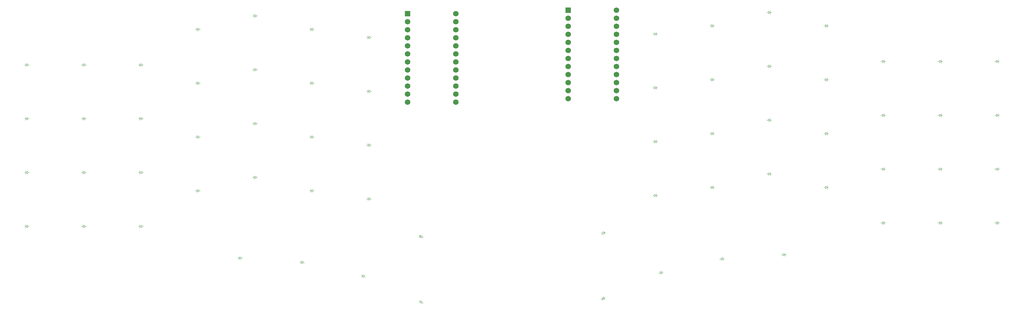
<source format=gbr>
%TF.GenerationSoftware,KiCad,Pcbnew,6.0.9*%
%TF.CreationDate,2022-10-31T19:27:22+01:00*%
%TF.ProjectId,neok(both),6e656f6b-2862-46f7-9468-292e6b696361,v1.0.0*%
%TF.SameCoordinates,Original*%
%TF.FileFunction,Legend,Bot*%
%TF.FilePolarity,Positive*%
%FSLAX46Y46*%
G04 Gerber Fmt 4.6, Leading zero omitted, Abs format (unit mm)*
G04 Created by KiCad (PCBNEW 6.0.9) date 2022-10-31 19:27:22*
%MOMM*%
%LPD*%
G01*
G04 APERTURE LIST*
%ADD10C,0.150000*%
%ADD11C,0.100000*%
%ADD12R,1.752600X1.752600*%
%ADD13C,1.752600*%
G04 APERTURE END LIST*
D10*
%TO.C,*%
D11*
%TO.C,D17*%
X125900004Y-148800004D02*
X125900004Y-149350004D01*
X125500004Y-148800004D02*
X125900004Y-148800004D01*
X126500004Y-149200004D02*
X125900004Y-148800004D01*
X125900004Y-148800004D02*
X126500004Y-148400004D01*
X126500004Y-148800004D02*
X127000004Y-148800004D01*
X125900004Y-148800004D02*
X125900004Y-148250004D01*
X126500004Y-148400004D02*
X126500004Y-149200004D01*
%TO.C,D3*%
X53899993Y-130270002D02*
X54499993Y-129870002D01*
X53899993Y-130270002D02*
X53899993Y-130820002D01*
X54499993Y-130270002D02*
X54999993Y-130270002D01*
X54499993Y-129870002D02*
X54499993Y-130670002D01*
X53899993Y-130270002D02*
X53899993Y-129720002D01*
X53499993Y-130270002D02*
X53899993Y-130270002D01*
X54499993Y-130670002D02*
X53899993Y-130270002D01*
%TO.C,D20*%
X125899997Y-97800000D02*
X125899997Y-98350000D01*
X125899997Y-97800000D02*
X126499997Y-97400000D01*
X126499997Y-97800000D02*
X126999997Y-97800000D01*
X125899997Y-97800000D02*
X125899997Y-97250000D01*
X126499997Y-97400000D02*
X126499997Y-98200000D01*
X126499997Y-98200000D02*
X125899997Y-97800000D01*
X125499997Y-97800000D02*
X125899997Y-97800000D01*
%TO.C,D31*%
X160114348Y-179913221D02*
X160279736Y-179388677D01*
X160566296Y-180475131D02*
X160114348Y-179913221D01*
X160686578Y-180093644D02*
X161163437Y-180243997D01*
X160114348Y-179913221D02*
X160806861Y-179712158D01*
X159732861Y-179792939D02*
X160114348Y-179913221D01*
X160806861Y-179712158D02*
X160566296Y-180475131D01*
X160114348Y-179913221D02*
X159948960Y-180437765D01*
%TO.C,D29*%
X121820002Y-173900000D02*
X121820002Y-174700000D01*
X121220002Y-174300000D02*
X121220002Y-174850000D01*
X121820002Y-174300000D02*
X122320002Y-174300000D01*
X120820002Y-174300000D02*
X121220002Y-174300000D01*
X121220002Y-174300000D02*
X121220002Y-173750000D01*
X121220002Y-174300000D02*
X121820002Y-173900000D01*
X121820002Y-174700000D02*
X121220002Y-174300000D01*
%TO.C,D26*%
X161900003Y-138599996D02*
X161900003Y-138049996D01*
X162500003Y-138599996D02*
X163000003Y-138599996D01*
X161900003Y-138599996D02*
X162500003Y-138199996D01*
X161500003Y-138599996D02*
X161900003Y-138599996D01*
X161900003Y-138599996D02*
X161900003Y-139149996D01*
X162500003Y-138999996D02*
X161900003Y-138599996D01*
X162500003Y-138199996D02*
X162500003Y-138999996D01*
%TO.C,D4*%
X53500001Y-113270001D02*
X53900001Y-113270001D01*
X53900001Y-113270001D02*
X54500001Y-112870001D01*
X54500001Y-113270001D02*
X55000001Y-113270001D01*
X54500001Y-112870001D02*
X54500001Y-113670001D01*
X53900001Y-113270001D02*
X53900001Y-112720001D01*
X53900001Y-113270001D02*
X53900001Y-113820001D01*
X54500001Y-113670001D02*
X53900001Y-113270001D01*
%TO.C,D12*%
X90500009Y-113270007D02*
X91000009Y-113270007D01*
X89900009Y-113270007D02*
X89900009Y-112720007D01*
X89500009Y-113270007D02*
X89900009Y-113270007D01*
X89900009Y-113270007D02*
X90500009Y-112870007D01*
X90500009Y-112870007D02*
X90500009Y-113670007D01*
X89900009Y-113270007D02*
X89900009Y-113820007D01*
X90500009Y-113670007D02*
X89900009Y-113270007D01*
%TO.C,D5*%
X72500008Y-164270003D02*
X73000008Y-164270003D01*
X72500008Y-164670003D02*
X71900008Y-164270003D01*
X71900008Y-164270003D02*
X72500008Y-163870003D01*
X72500008Y-163870003D02*
X72500008Y-164670003D01*
X71900008Y-164270003D02*
X71900008Y-164820003D01*
X71500008Y-164270003D02*
X71900008Y-164270003D01*
X71900008Y-164270003D02*
X71900008Y-163720003D01*
%TO.C,D7*%
X72500000Y-129870007D02*
X72500000Y-130670007D01*
X71900000Y-130270007D02*
X71900000Y-129720007D01*
X71900000Y-130270007D02*
X72500000Y-129870007D01*
X71500000Y-130270007D02*
X71900000Y-130270007D01*
X72500000Y-130670007D02*
X71900000Y-130270007D01*
X72500000Y-130270007D02*
X73000000Y-130270007D01*
X71900000Y-130270007D02*
X71900000Y-130820007D01*
%TO.C,D13*%
X108500009Y-153449999D02*
X107900009Y-153049999D01*
X107500009Y-153049999D02*
X107900009Y-153049999D01*
X107900009Y-153049999D02*
X107900009Y-152499999D01*
X108500009Y-152649999D02*
X108500009Y-153449999D01*
X107900009Y-153049999D02*
X107900009Y-153599999D01*
X108500009Y-153049999D02*
X109000009Y-153049999D01*
X107900009Y-153049999D02*
X108500009Y-152649999D01*
%TO.C,D23*%
X144500002Y-119450000D02*
X143900002Y-119050000D01*
X143900002Y-119050000D02*
X143900002Y-118500000D01*
X143900002Y-119050000D02*
X144500002Y-118650000D01*
X144500002Y-119050000D02*
X145000002Y-119050000D01*
X144500002Y-118650000D02*
X144500002Y-119450000D01*
X143500002Y-119050000D02*
X143900002Y-119050000D01*
X143900002Y-119050000D02*
X143900002Y-119600000D01*
%TO.C,D1*%
X54500007Y-164670002D02*
X53900007Y-164270002D01*
X54500007Y-164270002D02*
X55000007Y-164270002D01*
X54500007Y-163870002D02*
X54500007Y-164670002D01*
X53500007Y-164270002D02*
X53900007Y-164270002D01*
X53900007Y-164270002D02*
X53900007Y-164820002D01*
X53900007Y-164270002D02*
X54500007Y-163870002D01*
X53900007Y-164270002D02*
X53900007Y-163720002D01*
%TO.C,D24*%
X144500006Y-102449995D02*
X143900006Y-102049995D01*
X143500006Y-102049995D02*
X143900006Y-102049995D01*
X143900006Y-102049995D02*
X144500006Y-101649995D01*
X144500006Y-101649995D02*
X144500006Y-102449995D01*
X144500006Y-102049995D02*
X145000006Y-102049995D01*
X143900006Y-102049995D02*
X143900006Y-101499995D01*
X143900006Y-102049995D02*
X143900006Y-102599995D01*
%TO.C,D16*%
X108499996Y-101649998D02*
X108499996Y-102449998D01*
X108499996Y-102449998D02*
X107899996Y-102049998D01*
X107899996Y-102049998D02*
X107899996Y-102599998D01*
X108499996Y-102049998D02*
X108999996Y-102049998D01*
X107499996Y-102049998D02*
X107899996Y-102049998D01*
X107899996Y-102049998D02*
X107899996Y-101499998D01*
X107899996Y-102049998D02*
X108499996Y-101649998D01*
%TO.C,D28*%
X162500009Y-105000009D02*
X161900009Y-104600009D01*
X161900009Y-104600009D02*
X162500009Y-104200009D01*
X161900009Y-104600009D02*
X161900009Y-104050009D01*
X161900009Y-104600009D02*
X161900009Y-105150009D01*
X162500009Y-104200009D02*
X162500009Y-105000009D01*
X161500009Y-104600009D02*
X161900009Y-104600009D01*
X162500009Y-104600009D02*
X163000009Y-104600009D01*
%TO.C,D22*%
X144499996Y-136050003D02*
X144999996Y-136050003D01*
X143899996Y-136050003D02*
X143899996Y-135500003D01*
X144499996Y-135650003D02*
X144499996Y-136450003D01*
X143899996Y-136050003D02*
X143899996Y-136600003D01*
X143499996Y-136050003D02*
X143899996Y-136050003D01*
X143899996Y-136050003D02*
X144499996Y-135650003D01*
X144499996Y-136450003D02*
X143899996Y-136050003D01*
%TO.C,D30*%
X141332728Y-176077253D02*
X140790071Y-175602360D01*
X141384938Y-175680676D02*
X141880661Y-175745939D01*
X141437149Y-175284098D02*
X141332728Y-176077253D01*
X140790071Y-175602360D02*
X140861861Y-175057065D01*
X140393493Y-175550149D02*
X140790071Y-175602360D01*
X140790071Y-175602360D02*
X141437149Y-175284098D01*
X140790071Y-175602360D02*
X140718282Y-176147655D01*
%TO.C,D2*%
X53900004Y-147269998D02*
X53900004Y-146719998D01*
X54500004Y-147669998D02*
X53900004Y-147269998D01*
X54500004Y-146869998D02*
X54500004Y-147669998D01*
X53900004Y-147269998D02*
X53900004Y-147819998D01*
X54500004Y-147269998D02*
X55000004Y-147269998D01*
X53900004Y-147269998D02*
X54500004Y-146869998D01*
X53500004Y-147269998D02*
X53900004Y-147269998D01*
%TO.C,D33*%
X178329952Y-167358223D02*
X178562392Y-166859753D01*
X177967429Y-167189175D02*
X178329952Y-167358223D01*
X178704690Y-167974317D02*
X178329952Y-167358223D01*
X178329952Y-167358223D02*
X179042784Y-167249270D01*
X179042784Y-167249270D02*
X178704690Y-167974317D01*
X178329952Y-167358223D02*
X178097512Y-167856692D01*
X178873737Y-167611794D02*
X179326891Y-167823103D01*
%TO.C,D27*%
X161900004Y-121600005D02*
X162500004Y-121200005D01*
X161900004Y-121600005D02*
X161900004Y-121050005D01*
X161500004Y-121600005D02*
X161900004Y-121600005D01*
X161900004Y-121600005D02*
X161900004Y-122150005D01*
X162500004Y-121200005D02*
X162500004Y-122000005D01*
X162500004Y-121600005D02*
X163000004Y-121600005D01*
X162500004Y-122000005D02*
X161900004Y-121600005D01*
%TO.C,D21*%
X143499995Y-153050003D02*
X143899995Y-153050003D01*
X144499995Y-153450003D02*
X143899995Y-153050003D01*
X144499995Y-152650003D02*
X144499995Y-153450003D01*
X143899995Y-153050003D02*
X143899995Y-152500003D01*
X144499995Y-153050003D02*
X144999995Y-153050003D01*
X143899995Y-153050003D02*
X143899995Y-153600003D01*
X143899995Y-153050003D02*
X144499995Y-152650003D01*
%TO.C,D19*%
X125899998Y-114800004D02*
X126499998Y-114400004D01*
X125899998Y-114800004D02*
X125899998Y-115350004D01*
X125899998Y-114800004D02*
X125899998Y-114250004D01*
X126499998Y-115200004D02*
X125899998Y-114800004D01*
X126499998Y-114400004D02*
X126499998Y-115200004D01*
X126499998Y-114800004D02*
X126999998Y-114800004D01*
X125499998Y-114800004D02*
X125899998Y-114800004D01*
%TO.C,D14*%
X107900000Y-136050002D02*
X108500000Y-135650002D01*
X107900000Y-136050002D02*
X107900000Y-136600002D01*
X108500000Y-136450002D02*
X107900000Y-136050002D01*
X107500000Y-136050002D02*
X107900000Y-136050002D01*
X108500000Y-136050002D02*
X109000000Y-136050002D01*
X107900000Y-136050002D02*
X107900000Y-135500002D01*
X108500000Y-135650002D02*
X108500000Y-136450002D01*
%TO.C,D15*%
X108499997Y-118650007D02*
X108499997Y-119450007D01*
X107899997Y-119050007D02*
X107899997Y-119600007D01*
X107499997Y-119050007D02*
X107899997Y-119050007D01*
X108499997Y-119050007D02*
X108999997Y-119050007D01*
X107899997Y-119050007D02*
X108499997Y-118650007D01*
X107899997Y-119050007D02*
X107899997Y-118500007D01*
X108499997Y-119450007D02*
X107899997Y-119050007D01*
%TO.C,D32*%
X178704837Y-188634684D02*
X178385222Y-187988274D01*
X178385222Y-187988274D02*
X178110222Y-188464588D01*
X179104837Y-187941864D02*
X178704837Y-188634684D01*
X178385222Y-187988274D02*
X178660222Y-187511960D01*
X178038812Y-187788274D02*
X178385222Y-187988274D01*
X178385222Y-187988274D02*
X179104837Y-187941864D01*
X178904837Y-188288274D02*
X179337850Y-188538274D01*
%TO.C,D18*%
X125900002Y-131800007D02*
X126500002Y-131400007D01*
X126500002Y-132200007D02*
X125900002Y-131800007D01*
X125900002Y-131800007D02*
X125900002Y-132350007D01*
X125900002Y-131800007D02*
X125900002Y-131250007D01*
X126500002Y-131400007D02*
X126500002Y-132200007D01*
X126500002Y-131800007D02*
X127000002Y-131800007D01*
X125500002Y-131800007D02*
X125900002Y-131800007D01*
%TO.C,D6*%
X71900002Y-147270008D02*
X71900002Y-147820008D01*
X72500002Y-147670008D02*
X71900002Y-147270008D01*
X71900002Y-147270008D02*
X72500002Y-146870008D01*
X71900002Y-147270008D02*
X71900002Y-146720008D01*
X71500002Y-147270008D02*
X71900002Y-147270008D01*
X72500002Y-147270008D02*
X73000002Y-147270008D01*
X72500002Y-146870008D02*
X72500002Y-147670008D01*
%TO.C,D9*%
X90500007Y-163870004D02*
X90500007Y-164670004D01*
X89500007Y-164270004D02*
X89900007Y-164270004D01*
X90500007Y-164270004D02*
X91000007Y-164270004D01*
X89900007Y-164270004D02*
X89900007Y-164820004D01*
X90500007Y-164670004D02*
X89900007Y-164270004D01*
X89900007Y-164270004D02*
X89900007Y-163720004D01*
X89900007Y-164270004D02*
X90500007Y-163870004D01*
%TO.C,D11*%
X89499998Y-130270000D02*
X89899998Y-130270000D01*
X89899998Y-130270000D02*
X90499998Y-129870000D01*
X89899998Y-130270000D02*
X89899998Y-130820000D01*
X90499998Y-130270000D02*
X90999998Y-130270000D01*
X90499998Y-130670000D02*
X89899998Y-130270000D01*
X89899998Y-130270000D02*
X89899998Y-129720000D01*
X90499998Y-129870000D02*
X90499998Y-130670000D01*
%TO.C,D8*%
X72500001Y-112870000D02*
X72500001Y-113670000D01*
X71900001Y-113270000D02*
X71900001Y-112720000D01*
X71900001Y-113270000D02*
X71900001Y-113820000D01*
X72500001Y-113670000D02*
X71900001Y-113270000D01*
X72500001Y-113270000D02*
X73000001Y-113270000D01*
X71900001Y-113270000D02*
X72500001Y-112870000D01*
X71500001Y-113270000D02*
X71900001Y-113270000D01*
%TO.C,D25*%
X162499996Y-155200002D02*
X162499996Y-156000002D01*
X161899996Y-155600002D02*
X162499996Y-155200002D01*
X162499996Y-156000002D02*
X161899996Y-155600002D01*
X161899996Y-155600002D02*
X161899996Y-155050002D01*
X162499996Y-155600002D02*
X162999996Y-155600002D01*
X161899996Y-155600002D02*
X161899996Y-156150002D01*
X161499996Y-155600002D02*
X161899996Y-155600002D01*
%TO.C,D10*%
X90500006Y-146870001D02*
X90500006Y-147670001D01*
X90500006Y-147670001D02*
X89900006Y-147270001D01*
X89500006Y-147270001D02*
X89900006Y-147270001D01*
X89900006Y-147270001D02*
X89900006Y-147820001D01*
X89900006Y-147270001D02*
X89900006Y-146720001D01*
X89900006Y-147270001D02*
X90500006Y-146870001D01*
X90500006Y-147270001D02*
X91000006Y-147270001D01*
%TO.C,D15*%
X306922020Y-117956449D02*
X306922020Y-117406449D01*
X307322020Y-117956449D02*
X306922020Y-117956449D01*
X306922020Y-117956449D02*
X306922020Y-118506449D01*
X306322020Y-117956449D02*
X305822020Y-117956449D01*
X306322020Y-118356449D02*
X306922020Y-117956449D01*
X306922020Y-117956449D02*
X306322020Y-117556449D01*
X306322020Y-117556449D02*
X306322020Y-118356449D01*
%TO.C,D10*%
X324922011Y-146176443D02*
X324922011Y-146726443D01*
X325322011Y-146176443D02*
X324922011Y-146176443D01*
X324322011Y-146576443D02*
X324922011Y-146176443D01*
X324322011Y-145776443D02*
X324322011Y-146576443D01*
X324922011Y-146176443D02*
X324922011Y-145626443D01*
X324322011Y-146176443D02*
X323822011Y-146176443D01*
X324922011Y-146176443D02*
X324322011Y-145776443D01*
%TO.C,D13*%
X306922008Y-151956441D02*
X306922008Y-152506441D01*
X306322008Y-151556441D02*
X306322008Y-152356441D01*
X307322008Y-151956441D02*
X306922008Y-151956441D01*
X306922008Y-151956441D02*
X306922008Y-151406441D01*
X306322008Y-152356441D02*
X306922008Y-151956441D01*
X306322008Y-151956441D02*
X305822008Y-151956441D01*
X306922008Y-151956441D02*
X306322008Y-151556441D01*
%TO.C,D9*%
X324322010Y-163576446D02*
X324922010Y-163176446D01*
X324922010Y-163176446D02*
X324922010Y-163726446D01*
X324922010Y-163176446D02*
X324922010Y-162626446D01*
X325322010Y-163176446D02*
X324922010Y-163176446D01*
X324322010Y-162776446D02*
X324322010Y-163576446D01*
X324322010Y-163176446D02*
X323822010Y-163176446D01*
X324922010Y-163176446D02*
X324322010Y-162776446D01*
%TO.C,D28*%
X252922008Y-103506451D02*
X252922008Y-102956451D01*
X252322008Y-103106451D02*
X252322008Y-103906451D01*
X253322008Y-103506451D02*
X252922008Y-103506451D01*
X252322008Y-103906451D02*
X252922008Y-103506451D01*
X252322008Y-103506451D02*
X251822008Y-103506451D01*
X252922008Y-103506451D02*
X252922008Y-104056451D01*
X252922008Y-103506451D02*
X252322008Y-103106451D01*
%TO.C,D12*%
X324322008Y-112576449D02*
X324922008Y-112176449D01*
X325322008Y-112176449D02*
X324922008Y-112176449D01*
X324322008Y-111776449D02*
X324322008Y-112576449D01*
X324922008Y-112176449D02*
X324922008Y-112726449D01*
X324922008Y-112176449D02*
X324322008Y-111776449D01*
X324322008Y-112176449D02*
X323822008Y-112176449D01*
X324922008Y-112176449D02*
X324922008Y-111626449D01*
%TO.C,D3*%
X361322024Y-129176444D02*
X360922024Y-129176444D01*
X360322024Y-129576444D02*
X360922024Y-129176444D01*
X360922024Y-129176444D02*
X360922024Y-129726444D01*
X360322024Y-128776444D02*
X360322024Y-129576444D01*
X360922024Y-129176444D02*
X360322024Y-128776444D01*
X360322024Y-129176444D02*
X359822024Y-129176444D01*
X360922024Y-129176444D02*
X360922024Y-128626444D01*
%TO.C,D25*%
X252322021Y-154906444D02*
X252922021Y-154506444D01*
X253322021Y-154506444D02*
X252922021Y-154506444D01*
X252922021Y-154506444D02*
X252922021Y-153956444D01*
X252322021Y-154506444D02*
X251822021Y-154506444D01*
X252322021Y-154106444D02*
X252322021Y-154906444D01*
X252922021Y-154506444D02*
X252922021Y-155056444D01*
X252922021Y-154506444D02*
X252322021Y-154106444D01*
%TO.C,D5*%
X342922009Y-163176445D02*
X342322009Y-162776445D01*
X342322009Y-163576445D02*
X342922009Y-163176445D01*
X342922009Y-163176445D02*
X342922009Y-162626445D01*
X342322009Y-163176445D02*
X341822009Y-163176445D01*
X342922009Y-163176445D02*
X342922009Y-163726445D01*
X342322009Y-162776445D02*
X342322009Y-163576445D01*
X343322009Y-163176445D02*
X342922009Y-163176445D01*
%TO.C,D23*%
X270922015Y-117956442D02*
X270322015Y-117556442D01*
X270322015Y-117556442D02*
X270322015Y-118356442D01*
X270322015Y-117956442D02*
X269822015Y-117956442D01*
X271322015Y-117956442D02*
X270922015Y-117956442D01*
X270922015Y-117956442D02*
X270922015Y-117406442D01*
X270322015Y-118356442D02*
X270922015Y-117956442D01*
X270922015Y-117956442D02*
X270922015Y-118506442D01*
%TO.C,D19*%
X288922019Y-113706446D02*
X288922019Y-113156446D01*
X288322019Y-113306446D02*
X288322019Y-114106446D01*
X288322019Y-113706446D02*
X287822019Y-113706446D01*
X288922019Y-113706446D02*
X288322019Y-113306446D01*
X288322019Y-114106446D02*
X288922019Y-113706446D01*
X288922019Y-113706446D02*
X288922019Y-114256446D01*
X289322019Y-113706446D02*
X288922019Y-113706446D01*
%TO.C,D22*%
X270322021Y-134556445D02*
X270322021Y-135356445D01*
X270322021Y-135356445D02*
X270922021Y-134956445D01*
X270922021Y-134956445D02*
X270922021Y-134406445D01*
X270922021Y-134956445D02*
X270922021Y-135506445D01*
X270322021Y-134956445D02*
X269822021Y-134956445D01*
X271322021Y-134956445D02*
X270922021Y-134956445D01*
X270922021Y-134956445D02*
X270322021Y-134556445D01*
%TO.C,D1*%
X360922010Y-163176444D02*
X360322010Y-162776444D01*
X360322010Y-163176444D02*
X359822010Y-163176444D01*
X360322010Y-163576444D02*
X360922010Y-163176444D01*
X360922010Y-163176444D02*
X360922010Y-162626444D01*
X360322010Y-162776444D02*
X360322010Y-163576444D01*
X360922010Y-163176444D02*
X360922010Y-163726444D01*
X361322010Y-163176444D02*
X360922010Y-163176444D01*
%TO.C,D29*%
X294002015Y-173206442D02*
X293602015Y-173206442D01*
X293602015Y-173206442D02*
X293602015Y-173756442D01*
X293602015Y-173206442D02*
X293002015Y-172806442D01*
X293002015Y-172806442D02*
X293002015Y-173606442D01*
X293002015Y-173206442D02*
X292502015Y-173206442D01*
X293602015Y-173206442D02*
X293602015Y-172656442D01*
X293002015Y-173606442D02*
X293602015Y-173206442D01*
%TO.C,D33*%
X236117327Y-166880759D02*
X236492065Y-166264665D01*
X235948280Y-166518236D02*
X235495126Y-166729545D01*
X236492065Y-166264665D02*
X236724505Y-166763134D01*
X236854588Y-166095617D02*
X236492065Y-166264665D01*
X236492065Y-166264665D02*
X236259625Y-165766195D01*
X235779233Y-166155712D02*
X236117327Y-166880759D01*
X236492065Y-166264665D02*
X235779233Y-166155712D01*
%TO.C,D27*%
X252322013Y-120906447D02*
X252922013Y-120506447D01*
X252922013Y-120506447D02*
X252322013Y-120106447D01*
X252922013Y-120506447D02*
X252922013Y-121056447D01*
X252922013Y-120506447D02*
X252922013Y-119956447D01*
X252322013Y-120106447D02*
X252322013Y-120906447D01*
X252322013Y-120506447D02*
X251822013Y-120506447D01*
X253322013Y-120506447D02*
X252922013Y-120506447D01*
%TO.C,D31*%
X254135439Y-179000086D02*
X253658580Y-179150439D01*
X254707669Y-178819663D02*
X254015156Y-178618600D01*
X254707669Y-178819663D02*
X254542281Y-178295119D01*
X255089156Y-178699381D02*
X254707669Y-178819663D01*
X254015156Y-178618600D02*
X254255721Y-179381573D01*
X254707669Y-178819663D02*
X254873057Y-179344207D01*
X254255721Y-179381573D02*
X254707669Y-178819663D01*
%TO.C,D4*%
X360922016Y-112176443D02*
X360322016Y-111776443D01*
X361322016Y-112176443D02*
X360922016Y-112176443D01*
X360322016Y-111776443D02*
X360322016Y-112576443D01*
X360922016Y-112176443D02*
X360922016Y-112726443D01*
X360322016Y-112576443D02*
X360922016Y-112176443D01*
X360922016Y-112176443D02*
X360922016Y-111626443D01*
X360322016Y-112176443D02*
X359822016Y-112176443D01*
%TO.C,D18*%
X289322015Y-130706449D02*
X288922015Y-130706449D01*
X288322015Y-130706449D02*
X287822015Y-130706449D01*
X288322015Y-131106449D02*
X288922015Y-130706449D01*
X288922015Y-130706449D02*
X288922015Y-130156449D01*
X288922015Y-130706449D02*
X288322015Y-130306449D01*
X288922015Y-130706449D02*
X288922015Y-131256449D01*
X288322015Y-130306449D02*
X288322015Y-131106449D01*
%TO.C,D14*%
X306922017Y-134956444D02*
X306922017Y-134406444D01*
X306322017Y-134956444D02*
X305822017Y-134956444D01*
X307322017Y-134956444D02*
X306922017Y-134956444D01*
X306922017Y-134956444D02*
X306922017Y-135506444D01*
X306322017Y-134556444D02*
X306322017Y-135356444D01*
X306922017Y-134956444D02*
X306322017Y-134556444D01*
X306322017Y-135356444D02*
X306922017Y-134956444D01*
%TO.C,D32*%
X236436795Y-186894716D02*
X236161795Y-186418402D01*
X236783205Y-186694716D02*
X236436795Y-186894716D01*
X236436795Y-186894716D02*
X236711795Y-187371030D01*
X235917180Y-187194716D02*
X235484167Y-187444716D01*
X236117180Y-187541126D02*
X236436795Y-186894716D01*
X236436795Y-186894716D02*
X235717180Y-186848306D01*
X235717180Y-186848306D02*
X236117180Y-187541126D01*
%TO.C,D6*%
X343322015Y-146176450D02*
X342922015Y-146176450D01*
X342322015Y-146576450D02*
X342922015Y-146176450D01*
X342922015Y-146176450D02*
X342922015Y-145626450D01*
X342322015Y-146176450D02*
X341822015Y-146176450D01*
X342922015Y-146176450D02*
X342322015Y-145776450D01*
X342322015Y-145776450D02*
X342322015Y-146576450D01*
X342922015Y-146176450D02*
X342922015Y-146726450D01*
%TO.C,D30*%
X274031946Y-174508802D02*
X274103735Y-175054097D01*
X273489289Y-174983695D02*
X274031946Y-174508802D01*
X273437079Y-174587118D02*
X272941356Y-174652381D01*
X273384868Y-174190540D02*
X273489289Y-174983695D01*
X274428524Y-174456591D02*
X274031946Y-174508802D01*
X274031946Y-174508802D02*
X273960156Y-173963507D01*
X274031946Y-174508802D02*
X273384868Y-174190540D01*
%TO.C,D21*%
X270322022Y-151956445D02*
X269822022Y-151956445D01*
X270322022Y-151556445D02*
X270322022Y-152356445D01*
X270922022Y-151956445D02*
X270322022Y-151556445D01*
X270922022Y-151956445D02*
X270922022Y-152506445D01*
X271322022Y-151956445D02*
X270922022Y-151956445D01*
X270322022Y-152356445D02*
X270922022Y-151956445D01*
X270922022Y-151956445D02*
X270922022Y-151406445D01*
%TO.C,D20*%
X288322020Y-97106442D02*
X288922020Y-96706442D01*
X288922020Y-96706442D02*
X288922020Y-96156442D01*
X289322020Y-96706442D02*
X288922020Y-96706442D01*
X288322020Y-96306442D02*
X288322020Y-97106442D01*
X288922020Y-96706442D02*
X288322020Y-96306442D01*
X288922020Y-96706442D02*
X288922020Y-97256442D01*
X288322020Y-96706442D02*
X287822020Y-96706442D01*
%TO.C,D24*%
X270922011Y-100956437D02*
X270922011Y-100406437D01*
X270922011Y-100956437D02*
X270322011Y-100556437D01*
X271322011Y-100956437D02*
X270922011Y-100956437D01*
X270922011Y-100956437D02*
X270922011Y-101506437D01*
X270322011Y-101356437D02*
X270922011Y-100956437D01*
X270322011Y-100956437D02*
X269822011Y-100956437D01*
X270322011Y-100556437D02*
X270322011Y-101356437D01*
%TO.C,D16*%
X306922021Y-100956440D02*
X306322021Y-100556440D01*
X306922021Y-100956440D02*
X306922021Y-101506440D01*
X306322021Y-101356440D02*
X306922021Y-100956440D01*
X307322021Y-100956440D02*
X306922021Y-100956440D01*
X306322021Y-100556440D02*
X306322021Y-101356440D01*
X306322021Y-100956440D02*
X305822021Y-100956440D01*
X306922021Y-100956440D02*
X306922021Y-100406440D01*
%TO.C,D2*%
X360322013Y-146576440D02*
X360922013Y-146176440D01*
X360922013Y-146176440D02*
X360922013Y-146726440D01*
X360922013Y-146176440D02*
X360322013Y-145776440D01*
X360322013Y-146176440D02*
X359822013Y-146176440D01*
X361322013Y-146176440D02*
X360922013Y-146176440D01*
X360922013Y-146176440D02*
X360922013Y-145626440D01*
X360322013Y-145776440D02*
X360322013Y-146576440D01*
%TO.C,D26*%
X252922014Y-137506438D02*
X252922014Y-136956438D01*
X252322014Y-137506438D02*
X251822014Y-137506438D01*
X253322014Y-137506438D02*
X252922014Y-137506438D01*
X252922014Y-137506438D02*
X252922014Y-138056438D01*
X252922014Y-137506438D02*
X252322014Y-137106438D01*
X252322014Y-137906438D02*
X252922014Y-137506438D01*
X252322014Y-137106438D02*
X252322014Y-137906438D01*
%TO.C,D17*%
X288922013Y-147706446D02*
X288322013Y-147306446D01*
X288922013Y-147706446D02*
X288922013Y-147156446D01*
X288922013Y-147706446D02*
X288922013Y-148256446D01*
X288322013Y-148106446D02*
X288922013Y-147706446D01*
X288322013Y-147306446D02*
X288322013Y-148106446D01*
X289322013Y-147706446D02*
X288922013Y-147706446D01*
X288322013Y-147706446D02*
X287822013Y-147706446D01*
%TO.C,D7*%
X342322017Y-129576449D02*
X342922017Y-129176449D01*
X342922017Y-129176449D02*
X342322017Y-128776449D01*
X342922017Y-129176449D02*
X342922017Y-128626449D01*
X343322017Y-129176449D02*
X342922017Y-129176449D01*
X342322017Y-128776449D02*
X342322017Y-129576449D01*
X342922017Y-129176449D02*
X342922017Y-129726449D01*
X342322017Y-129176449D02*
X341822017Y-129176449D01*
%TO.C,D11*%
X324922019Y-129176442D02*
X324922019Y-128626442D01*
X324922019Y-129176442D02*
X324922019Y-129726442D01*
X324922019Y-129176442D02*
X324322019Y-128776442D01*
X324322019Y-129576442D02*
X324922019Y-129176442D01*
X324322019Y-128776442D02*
X324322019Y-129576442D01*
X325322019Y-129176442D02*
X324922019Y-129176442D01*
X324322019Y-129176442D02*
X323822019Y-129176442D01*
%TO.C,D8*%
X342322016Y-112176442D02*
X341822016Y-112176442D01*
X343322016Y-112176442D02*
X342922016Y-112176442D01*
X342322016Y-112576442D02*
X342922016Y-112176442D01*
X342322016Y-111776442D02*
X342322016Y-112576442D01*
X342922016Y-112176442D02*
X342922016Y-111626442D01*
X342922016Y-112176442D02*
X342322016Y-111776442D01*
X342922016Y-112176442D02*
X342922016Y-112726442D01*
%TD*%
D12*
%TO.C,MCU1*%
X174449998Y-97100006D03*
D13*
X174449998Y-99640006D03*
X174449998Y-102180006D03*
X174449998Y-104720006D03*
X174449998Y-107260006D03*
X174449998Y-109800006D03*
X174449998Y-112340006D03*
X174449998Y-114880006D03*
X174449998Y-117420006D03*
X174449998Y-119960006D03*
X174449998Y-122500006D03*
X174449998Y-125040006D03*
X189689998Y-97100006D03*
X189689998Y-99640006D03*
X189689998Y-102180006D03*
X189689998Y-104720006D03*
X189689998Y-107260006D03*
X189689998Y-109800006D03*
X189689998Y-112340006D03*
X189689998Y-114880006D03*
X189689998Y-117420006D03*
X189689998Y-119960006D03*
X189689998Y-122500006D03*
X189689998Y-125040006D03*
%TD*%
D12*
%TO.C,MCU1*%
X225172019Y-96006448D03*
D13*
X225172019Y-98546448D03*
X225172019Y-101086448D03*
X225172019Y-103626448D03*
X225172019Y-106166448D03*
X225172019Y-108706448D03*
X225172019Y-111246448D03*
X225172019Y-113786448D03*
X225172019Y-116326448D03*
X225172019Y-118866448D03*
X225172019Y-121406448D03*
X225172019Y-123946448D03*
X240412019Y-96006448D03*
X240412019Y-98546448D03*
X240412019Y-101086448D03*
X240412019Y-103626448D03*
X240412019Y-106166448D03*
X240412019Y-108706448D03*
X240412019Y-111246448D03*
X240412019Y-113786448D03*
X240412019Y-116326448D03*
X240412019Y-118866448D03*
X240412019Y-121406448D03*
X240412019Y-123946448D03*
%TD*%
M02*

</source>
